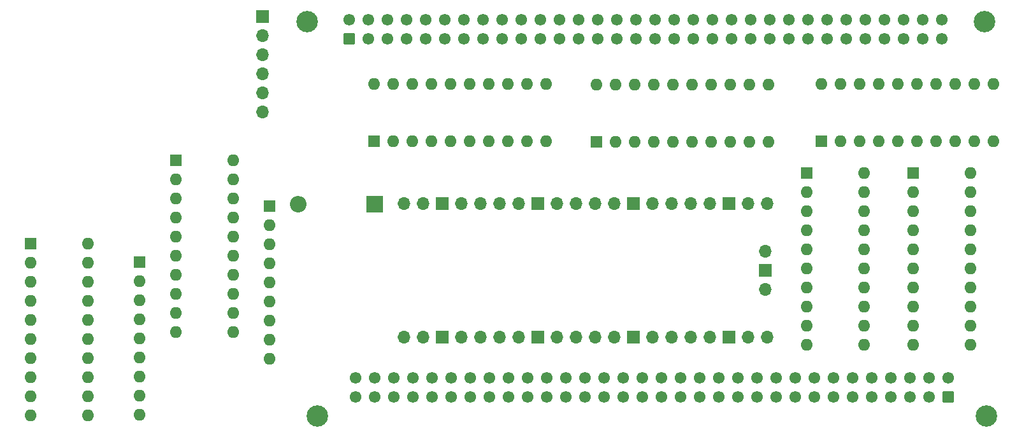
<source format=gbr>
%TF.GenerationSoftware,KiCad,Pcbnew,(6.0.9)*%
%TF.CreationDate,2022-12-18T09:22:53+00:00*%
%TF.ProjectId,Apricot-Hard-Disk-Interface,41707269-636f-4742-9d48-6172642d4469,rev?*%
%TF.SameCoordinates,Original*%
%TF.FileFunction,Soldermask,Bot*%
%TF.FilePolarity,Negative*%
%FSLAX46Y46*%
G04 Gerber Fmt 4.6, Leading zero omitted, Abs format (unit mm)*
G04 Created by KiCad (PCBNEW (6.0.9)) date 2022-12-18 09:22:53*
%MOMM*%
%LPD*%
G01*
G04 APERTURE LIST*
G04 Aperture macros list*
%AMRoundRect*
0 Rectangle with rounded corners*
0 $1 Rounding radius*
0 $2 $3 $4 $5 $6 $7 $8 $9 X,Y pos of 4 corners*
0 Add a 4 corners polygon primitive as box body*
4,1,4,$2,$3,$4,$5,$6,$7,$8,$9,$2,$3,0*
0 Add four circle primitives for the rounded corners*
1,1,$1+$1,$2,$3*
1,1,$1+$1,$4,$5*
1,1,$1+$1,$6,$7*
1,1,$1+$1,$8,$9*
0 Add four rect primitives between the rounded corners*
20,1,$1+$1,$2,$3,$4,$5,0*
20,1,$1+$1,$4,$5,$6,$7,0*
20,1,$1+$1,$6,$7,$8,$9,0*
20,1,$1+$1,$8,$9,$2,$3,0*%
G04 Aperture macros list end*
%ADD10R,1.600000X1.600000*%
%ADD11O,1.600000X1.600000*%
%ADD12R,2.200000X2.200000*%
%ADD13O,2.200000X2.200000*%
%ADD14C,2.850000*%
%ADD15RoundRect,0.249999X0.525001X0.525001X-0.525001X0.525001X-0.525001X-0.525001X0.525001X-0.525001X0*%
%ADD16C,1.550000*%
%ADD17RoundRect,0.249999X0.525001X-0.525001X0.525001X0.525001X-0.525001X0.525001X-0.525001X-0.525001X0*%
%ADD18O,1.700000X1.700000*%
%ADD19R,1.700000X1.700000*%
G04 APERTURE END LIST*
D10*
%TO.C,U3*%
X101700000Y-100950000D03*
D11*
X101700000Y-103490000D03*
X101700000Y-106030000D03*
X101700000Y-108570000D03*
X101700000Y-111110000D03*
X101700000Y-113650000D03*
X101700000Y-116190000D03*
X101700000Y-118730000D03*
X101700000Y-121270000D03*
X101700000Y-123810000D03*
X109320000Y-123810000D03*
X109320000Y-121270000D03*
X109320000Y-118730000D03*
X109320000Y-116190000D03*
X109320000Y-113650000D03*
X109320000Y-111110000D03*
X109320000Y-108570000D03*
X109320000Y-106030000D03*
X109320000Y-103490000D03*
X109320000Y-100950000D03*
%TD*%
D10*
%TO.C,U1*%
X128025000Y-98400000D03*
D11*
X130565000Y-98400000D03*
X133105000Y-98400000D03*
X135645000Y-98400000D03*
X138185000Y-98400000D03*
X140725000Y-98400000D03*
X143265000Y-98400000D03*
X145805000Y-98400000D03*
X148345000Y-98400000D03*
X150885000Y-98400000D03*
X150885000Y-90780000D03*
X148345000Y-90780000D03*
X145805000Y-90780000D03*
X143265000Y-90780000D03*
X140725000Y-90780000D03*
X138185000Y-90780000D03*
X135645000Y-90780000D03*
X133105000Y-90780000D03*
X130565000Y-90780000D03*
X128025000Y-90780000D03*
%TD*%
D12*
%TO.C,D1*%
X128130000Y-106750000D03*
D13*
X117970000Y-106750000D03*
%TD*%
D10*
%TO.C,U6*%
X199600000Y-102600000D03*
D11*
X199600000Y-105140000D03*
X199600000Y-107680000D03*
X199600000Y-110220000D03*
X199600000Y-112760000D03*
X199600000Y-115300000D03*
X199600000Y-117840000D03*
X199600000Y-120380000D03*
X199600000Y-122920000D03*
X199600000Y-125460000D03*
X207220000Y-125460000D03*
X207220000Y-122920000D03*
X207220000Y-120380000D03*
X207220000Y-117840000D03*
X207220000Y-115300000D03*
X207220000Y-112760000D03*
X207220000Y-110220000D03*
X207220000Y-107680000D03*
X207220000Y-105140000D03*
X207220000Y-102600000D03*
%TD*%
D10*
%TO.C,RN2*%
X96850000Y-114500000D03*
D11*
X96850000Y-117040000D03*
X96850000Y-119580000D03*
X96850000Y-122120000D03*
X96850000Y-124660000D03*
X96850000Y-127200000D03*
X96850000Y-129740000D03*
X96850000Y-132280000D03*
X96850000Y-134820000D03*
%TD*%
D10*
%TO.C,U7*%
X185500000Y-102600000D03*
D11*
X185500000Y-105140000D03*
X185500000Y-107680000D03*
X185500000Y-110220000D03*
X185500000Y-112760000D03*
X185500000Y-115300000D03*
X185500000Y-117840000D03*
X185500000Y-120380000D03*
X185500000Y-122920000D03*
X185500000Y-125460000D03*
X193120000Y-125460000D03*
X193120000Y-122920000D03*
X193120000Y-120380000D03*
X193120000Y-117840000D03*
X193120000Y-115300000D03*
X193120000Y-112760000D03*
X193120000Y-110220000D03*
X193120000Y-107680000D03*
X193120000Y-105140000D03*
X193120000Y-102600000D03*
%TD*%
D10*
%TO.C,U2*%
X82350000Y-112025000D03*
D11*
X82350000Y-114565000D03*
X82350000Y-117105000D03*
X82350000Y-119645000D03*
X82350000Y-122185000D03*
X82350000Y-124725000D03*
X82350000Y-127265000D03*
X82350000Y-129805000D03*
X82350000Y-132345000D03*
X82350000Y-134885000D03*
X89970000Y-134885000D03*
X89970000Y-132345000D03*
X89970000Y-129805000D03*
X89970000Y-127265000D03*
X89970000Y-124725000D03*
X89970000Y-122185000D03*
X89970000Y-119645000D03*
X89970000Y-117105000D03*
X89970000Y-114565000D03*
X89970000Y-112025000D03*
%TD*%
D14*
%TO.C,J1*%
X209380000Y-134940000D03*
X120480000Y-134940000D03*
D15*
X204300000Y-132400000D03*
D16*
X201760000Y-132400000D03*
X199220000Y-132400000D03*
X196680000Y-132400000D03*
X194140000Y-132400000D03*
X191600000Y-132400000D03*
X189060000Y-132400000D03*
X186520000Y-132400000D03*
X183980000Y-132400000D03*
X181440000Y-132400000D03*
X178900000Y-132400000D03*
X176360000Y-132400000D03*
X173820000Y-132400000D03*
X171280000Y-132400000D03*
X168740000Y-132400000D03*
X166200000Y-132400000D03*
X163660000Y-132400000D03*
X161120000Y-132400000D03*
X158580000Y-132400000D03*
X156040000Y-132400000D03*
X153500000Y-132400000D03*
X150960000Y-132400000D03*
X148420000Y-132400000D03*
X145880000Y-132400000D03*
X143340000Y-132400000D03*
X140800000Y-132400000D03*
X138260000Y-132400000D03*
X135720000Y-132400000D03*
X133180000Y-132400000D03*
X130640000Y-132400000D03*
X128100000Y-132400000D03*
X125560000Y-132400000D03*
X204300000Y-129860000D03*
X201760000Y-129860000D03*
X199220000Y-129860000D03*
X196680000Y-129860000D03*
X194140000Y-129860000D03*
X191600000Y-129860000D03*
X189060000Y-129860000D03*
X186520000Y-129860000D03*
X183980000Y-129860000D03*
X181440000Y-129860000D03*
X178900000Y-129860000D03*
X176360000Y-129860000D03*
X173820000Y-129860000D03*
X171280000Y-129860000D03*
X168740000Y-129860000D03*
X166200000Y-129860000D03*
X163660000Y-129860000D03*
X161120000Y-129860000D03*
X158580000Y-129860000D03*
X156040000Y-129860000D03*
X153500000Y-129860000D03*
X150960000Y-129860000D03*
X148420000Y-129860000D03*
X145880000Y-129860000D03*
X143340000Y-129860000D03*
X140800000Y-129860000D03*
X138260000Y-129860000D03*
X135720000Y-129860000D03*
X133180000Y-129860000D03*
X130640000Y-129860000D03*
X128100000Y-129860000D03*
X125560000Y-129860000D03*
%TD*%
D14*
%TO.C,J2*%
X209100000Y-82472500D03*
X119100000Y-82472500D03*
D17*
X124730000Y-84712500D03*
D16*
X127270000Y-84712500D03*
X129810000Y-84712500D03*
X132350000Y-84712500D03*
X134890000Y-84712500D03*
X137430000Y-84712500D03*
X139970000Y-84712500D03*
X142510000Y-84712500D03*
X145050000Y-84712500D03*
X147590000Y-84712500D03*
X150130000Y-84712500D03*
X152670000Y-84712500D03*
X155210000Y-84712500D03*
X157750000Y-84712500D03*
X160290000Y-84712500D03*
X162830000Y-84712500D03*
X165370000Y-84712500D03*
X167910000Y-84712500D03*
X170450000Y-84712500D03*
X172990000Y-84712500D03*
X175530000Y-84712500D03*
X178070000Y-84712500D03*
X180610000Y-84712500D03*
X183150000Y-84712500D03*
X185690000Y-84712500D03*
X188230000Y-84712500D03*
X190770000Y-84712500D03*
X193310000Y-84712500D03*
X195850000Y-84712500D03*
X198390000Y-84712500D03*
X200930000Y-84712500D03*
X203470000Y-84712500D03*
X124730000Y-82172500D03*
X127270000Y-82172500D03*
X129810000Y-82172500D03*
X132350000Y-82172500D03*
X134890000Y-82172500D03*
X137430000Y-82172500D03*
X139970000Y-82172500D03*
X142510000Y-82172500D03*
X145050000Y-82172500D03*
X147590000Y-82172500D03*
X150130000Y-82172500D03*
X152670000Y-82172500D03*
X155210000Y-82172500D03*
X157750000Y-82172500D03*
X160290000Y-82172500D03*
X162830000Y-82172500D03*
X165370000Y-82172500D03*
X167910000Y-82172500D03*
X170450000Y-82172500D03*
X172990000Y-82172500D03*
X175530000Y-82172500D03*
X178070000Y-82172500D03*
X180610000Y-82172500D03*
X183150000Y-82172500D03*
X185690000Y-82172500D03*
X188230000Y-82172500D03*
X190770000Y-82172500D03*
X193310000Y-82172500D03*
X195850000Y-82172500D03*
X198390000Y-82172500D03*
X200930000Y-82172500D03*
X203470000Y-82172500D03*
%TD*%
D10*
%TO.C,U5*%
X187475000Y-98400000D03*
D11*
X190015000Y-98400000D03*
X192555000Y-98400000D03*
X195095000Y-98400000D03*
X197635000Y-98400000D03*
X200175000Y-98400000D03*
X202715000Y-98400000D03*
X205255000Y-98400000D03*
X207795000Y-98400000D03*
X210335000Y-98400000D03*
X210335000Y-90780000D03*
X207795000Y-90780000D03*
X205255000Y-90780000D03*
X202715000Y-90780000D03*
X200175000Y-90780000D03*
X197635000Y-90780000D03*
X195095000Y-90780000D03*
X192555000Y-90780000D03*
X190015000Y-90780000D03*
X187475000Y-90780000D03*
%TD*%
D18*
%TO.C,P1*%
X131970000Y-124490000D03*
X134510000Y-124490000D03*
D19*
X137050000Y-124490000D03*
D18*
X139590000Y-124490000D03*
X142130000Y-124490000D03*
X144670000Y-124490000D03*
X147210000Y-124490000D03*
D19*
X149750000Y-124490000D03*
D18*
X152290000Y-124490000D03*
X154830000Y-124490000D03*
X157370000Y-124490000D03*
X159910000Y-124490000D03*
D19*
X162450000Y-124490000D03*
D18*
X164990000Y-124490000D03*
X167530000Y-124490000D03*
X170070000Y-124490000D03*
X172610000Y-124490000D03*
D19*
X175150000Y-124490000D03*
D18*
X177690000Y-124490000D03*
X180230000Y-124490000D03*
X180230000Y-106710000D03*
X177690000Y-106710000D03*
D19*
X175150000Y-106710000D03*
D18*
X172610000Y-106710000D03*
X170070000Y-106710000D03*
X167530000Y-106710000D03*
X164990000Y-106710000D03*
D19*
X162450000Y-106710000D03*
D18*
X159910000Y-106710000D03*
X157370000Y-106710000D03*
X154830000Y-106710000D03*
X152290000Y-106710000D03*
D19*
X149750000Y-106710000D03*
D18*
X147210000Y-106710000D03*
X144670000Y-106710000D03*
X142130000Y-106710000D03*
X139590000Y-106710000D03*
D19*
X137050000Y-106710000D03*
D18*
X134510000Y-106710000D03*
X131970000Y-106710000D03*
X180000000Y-118140000D03*
D19*
X180000000Y-115600000D03*
D18*
X180000000Y-113060000D03*
%TD*%
D10*
%TO.C,U4*%
X157575000Y-98500000D03*
D11*
X160115000Y-98500000D03*
X162655000Y-98500000D03*
X165195000Y-98500000D03*
X167735000Y-98500000D03*
X170275000Y-98500000D03*
X172815000Y-98500000D03*
X175355000Y-98500000D03*
X177895000Y-98500000D03*
X180435000Y-98500000D03*
X180435000Y-90880000D03*
X177895000Y-90880000D03*
X175355000Y-90880000D03*
X172815000Y-90880000D03*
X170275000Y-90880000D03*
X167735000Y-90880000D03*
X165195000Y-90880000D03*
X162655000Y-90880000D03*
X160115000Y-90880000D03*
X157575000Y-90880000D03*
%TD*%
D19*
%TO.C,J3*%
X113200000Y-81775000D03*
D18*
X113200000Y-84315000D03*
X113200000Y-86855000D03*
X113200000Y-89395000D03*
X113200000Y-91935000D03*
X113200000Y-94475000D03*
%TD*%
D10*
%TO.C,RN1*%
X114100000Y-107050000D03*
D11*
X114100000Y-109590000D03*
X114100000Y-112130000D03*
X114100000Y-114670000D03*
X114100000Y-117210000D03*
X114100000Y-119750000D03*
X114100000Y-122290000D03*
X114100000Y-124830000D03*
X114100000Y-127370000D03*
%TD*%
M02*

</source>
